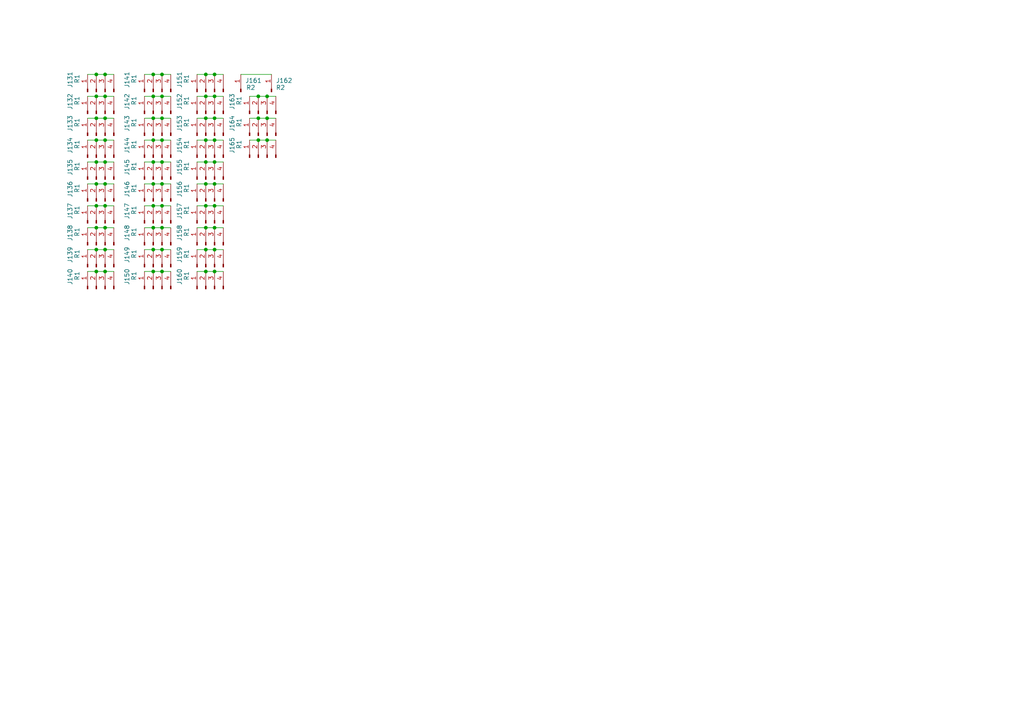
<source format=kicad_sch>
(kicad_sch (version 20231120) (generator "eeschema") (generator_version "8.0")
  (paper "A4")
  (lib_symbols
    (symbol "Connector:Conn_01x01_Pin" (pin_names (offset 1.016) hide)
      (property "Reference" "J" (at 0 2.54 0))
      (property "Value" "Conn_01x01_Pin" (at 0 -2.54 0))
      (symbol "Conn_01x01_Pin_1_1"
        (polyline (pts (xy 1.27 0) (xy 0.8636 0)) (stroke (width 0.1524)))
        (rectangle (start 0.8636 0.127) (end 0 -0.127) (stroke (width 0.1524)) (fill (type outline)))
        (pin passive line (at 5.08 0 180) (length 3.81) (name "Pin_1") (number "1"))
      )
    )
    (symbol "Connector:Conn_01x04_Pin" (pin_names (offset 1.016) hide)
      (property "Reference" "J" (at 0 5.08 0))
      (property "Value" "Conn_01x04_Pin" (at 0 -7.62 0))
      (symbol "Conn_01x04_Pin_1_1"
        (polyline (pts (xy 1.27 -5.08) (xy 0.8636 -5.08)) (stroke (width 0.1524)))
        (polyline (pts (xy 1.27 -2.54) (xy 0.8636 -2.54)) (stroke (width 0.1524)))
        (polyline (pts (xy 1.27 0) (xy 0.8636 0)) (stroke (width 0.1524)))
        (polyline (pts (xy 1.27 2.54) (xy 0.8636 2.54)) (stroke (width 0.1524)))
        (rectangle (start 0.8636 -4.953) (end 0 -5.207) (stroke (width 0.1524)) (fill (type outline)))
        (rectangle (start 0.8636 -2.413) (end 0 -2.667) (stroke (width 0.1524)) (fill (type outline)))
        (rectangle (start 0.8636 0.127) (end 0 -0.127) (stroke (width 0.1524)) (fill (type outline)))
        (rectangle (start 0.8636 2.667) (end 0 2.413) (stroke (width 0.1524)) (fill (type outline)))
        (pin passive line (at 5.08 2.54 180) (length 3.81) (name "Pin_1") (number "1"))
        (pin passive line (at 5.08 0 180) (length 3.81) (name "Pin_2") (number "2"))
        (pin passive line (at 5.08 -2.54 180) (length 3.81) (name "Pin_3") (number "3"))
        (pin passive line (at 5.08 -5.08 180) (length 3.81) (name "Pin_4") (number "4"))
      )
    )
  )
  (junction (at 27.94 72.39))
  (junction (at 59.69 53.34))
  (junction (at 30.48 66.04))
  (junction (at 44.45 46.99))
  (junction (at 46.99 59.69))
  (junction (at 46.99 53.34))
  (junction (at 30.48 34.29))
  (junction (at 46.99 78.74))
  (junction (at 74.93 40.64))
  (junction (at 59.69 40.64))
  (junction (at 44.45 53.34))
  (junction (at 30.48 78.74))
  (junction (at 27.94 59.69))
  (junction (at 44.45 66.04))
  (junction (at 27.94 66.04))
  (junction (at 62.23 40.64))
  (junction (at 27.94 40.64))
  (junction (at 59.69 59.69))
  (junction (at 46.99 34.29))
  (junction (at 62.23 46.99))
  (junction (at 30.48 46.99))
  (junction (at 62.23 27.94))
  (junction (at 30.48 53.34))
  (junction (at 46.99 66.04))
  (junction (at 27.94 53.34))
  (junction (at 27.94 21.59))
  (junction (at 59.69 27.94))
  (junction (at 46.99 46.99))
  (junction (at 62.23 59.69))
  (junction (at 62.23 53.34))
  (junction (at 44.45 34.29))
  (junction (at 59.69 72.39))
  (junction (at 30.48 27.94))
  (junction (at 59.69 21.59))
  (junction (at 62.23 21.59))
  (junction (at 62.23 66.04))
  (junction (at 77.47 34.29))
  (junction (at 77.47 27.94))
  (junction (at 59.69 46.99))
  (junction (at 59.69 78.74))
  (junction (at 30.48 21.59))
  (junction (at 74.93 27.94))
  (junction (at 44.45 78.74))
  (junction (at 74.93 34.29))
  (junction (at 59.69 34.29))
  (junction (at 44.45 72.39))
  (junction (at 46.99 72.39))
  (junction (at 44.45 27.94))
  (junction (at 30.48 40.64))
  (junction (at 44.45 40.64))
  (junction (at 27.94 27.94))
  (junction (at 44.45 21.59))
  (junction (at 27.94 78.74))
  (junction (at 62.23 78.74))
  (junction (at 59.69 66.04))
  (junction (at 46.99 21.59))
  (junction (at 27.94 46.99))
  (junction (at 62.23 72.39))
  (junction (at 46.99 27.94))
  (junction (at 30.48 72.39))
  (junction (at 62.23 34.29))
  (junction (at 30.48 59.69))
  (junction (at 46.99 40.64))
  (junction (at 77.47 40.64))
  (junction (at 44.45 59.69))
  (junction (at 27.94 34.29))
  (wire (pts (xy 57.15 27.94) (xy 59.69 27.94)))
  (wire (pts (xy 41.91 78.74) (xy 44.45 78.74)))
  (wire (pts (xy 57.15 78.74) (xy 59.69 78.74)))
  (wire (pts (xy 25.4 46.99) (xy 27.94 46.99)))
  (wire (pts (xy 59.69 53.34) (xy 62.23 53.34)))
  (wire (pts (xy 74.93 40.64) (xy 77.47 40.64)))
  (wire (pts (xy 62.23 40.64) (xy 64.77 40.64)))
  (wire (pts (xy 74.93 34.29) (xy 77.47 34.29)))
  (wire (pts (xy 44.45 53.34) (xy 46.99 53.34)))
  (wire (pts (xy 69.85 21.59) (xy 78.74 21.59)))
  (wire (pts (xy 57.15 46.99) (xy 59.69 46.99)))
  (wire (pts (xy 27.94 78.74) (xy 30.48 78.74)))
  (wire (pts (xy 25.4 21.59) (xy 27.94 21.59)))
  (wire (pts (xy 30.48 72.39) (xy 33.02 72.39)))
  (wire (pts (xy 72.39 27.94) (xy 74.93 27.94)))
  (wire (pts (xy 30.48 21.59) (xy 33.02 21.59)))
  (wire (pts (xy 77.47 27.94) (xy 80.01 27.94)))
  (wire (pts (xy 25.4 59.69) (xy 27.94 59.69)))
  (wire (pts (xy 44.45 46.99) (xy 46.99 46.99)))
  (wire (pts (xy 25.4 27.94) (xy 27.94 27.94)))
  (wire (pts (xy 46.99 66.04) (xy 49.53 66.04)))
  (wire (pts (xy 57.15 66.04) (xy 59.69 66.04)))
  (wire (pts (xy 25.4 34.29) (xy 27.94 34.29)))
  (wire (pts (xy 59.69 66.04) (xy 62.23 66.04)))
  (wire (pts (xy 59.69 27.94) (xy 62.23 27.94)))
  (wire (pts (xy 57.15 59.69) (xy 59.69 59.69)))
  (wire (pts (xy 59.69 59.69) (xy 62.23 59.69)))
  (wire (pts (xy 59.69 40.64) (xy 62.23 40.64)))
  (wire (pts (xy 57.15 40.64) (xy 59.69 40.64)))
  (wire (pts (xy 30.48 34.29) (xy 33.02 34.29)))
  (wire (pts (xy 27.94 40.64) (xy 30.48 40.64)))
  (wire (pts (xy 30.48 46.99) (xy 33.02 46.99)))
  (wire (pts (xy 57.15 72.39) (xy 59.69 72.39)))
  (wire (pts (xy 62.23 72.39) (xy 64.77 72.39)))
  (wire (pts (xy 72.39 34.29) (xy 74.93 34.29)))
  (wire (pts (xy 27.94 59.69) (xy 30.48 59.69)))
  (wire (pts (xy 30.48 78.74) (xy 33.02 78.74)))
  (wire (pts (xy 62.23 66.04) (xy 64.77 66.04)))
  (wire (pts (xy 46.99 78.74) (xy 49.53 78.74)))
  (wire (pts (xy 44.45 66.04) (xy 46.99 66.04)))
  (wire (pts (xy 30.48 59.69) (xy 33.02 59.69)))
  (wire (pts (xy 57.15 53.34) (xy 59.69 53.34)))
  (wire (pts (xy 62.23 59.69) (xy 64.77 59.69)))
  (wire (pts (xy 59.69 46.99) (xy 62.23 46.99)))
  (wire (pts (xy 46.99 34.29) (xy 49.53 34.29)))
  (wire (pts (xy 74.93 27.94) (xy 77.47 27.94)))
  (wire (pts (xy 41.91 40.64) (xy 44.45 40.64)))
  (wire (pts (xy 25.4 40.64) (xy 27.94 40.64)))
  (wire (pts (xy 62.23 53.34) (xy 64.77 53.34)))
  (wire (pts (xy 46.99 59.69) (xy 49.53 59.69)))
  (wire (pts (xy 44.45 34.29) (xy 46.99 34.29)))
  (wire (pts (xy 25.4 72.39) (xy 27.94 72.39)))
  (wire (pts (xy 46.99 21.59) (xy 49.53 21.59)))
  (wire (pts (xy 62.23 27.94) (xy 64.77 27.94)))
  (wire (pts (xy 27.94 46.99) (xy 30.48 46.99)))
  (wire (pts (xy 77.47 40.64) (xy 80.01 40.64)))
  (wire (pts (xy 41.91 72.39) (xy 44.45 72.39)))
  (wire (pts (xy 46.99 27.94) (xy 49.53 27.94)))
  (wire (pts (xy 25.4 53.34) (xy 27.94 53.34)))
  (wire (pts (xy 41.91 34.29) (xy 44.45 34.29)))
  (wire (pts (xy 27.94 27.94) (xy 30.48 27.94)))
  (wire (pts (xy 46.99 46.99) (xy 49.53 46.99)))
  (wire (pts (xy 59.69 34.29) (xy 62.23 34.29)))
  (wire (pts (xy 77.47 34.29) (xy 80.01 34.29)))
  (wire (pts (xy 27.94 66.04) (xy 30.48 66.04)))
  (wire (pts (xy 62.23 78.74) (xy 64.77 78.74)))
  (wire (pts (xy 57.15 21.59) (xy 59.69 21.59)))
  (wire (pts (xy 30.48 40.64) (xy 33.02 40.64)))
  (wire (pts (xy 41.91 66.04) (xy 44.45 66.04)))
  (wire (pts (xy 27.94 34.29) (xy 30.48 34.29)))
  (wire (pts (xy 27.94 72.39) (xy 30.48 72.39)))
  (wire (pts (xy 41.91 59.69) (xy 44.45 59.69)))
  (wire (pts (xy 59.69 21.59) (xy 62.23 21.59)))
  (wire (pts (xy 41.91 53.34) (xy 44.45 53.34)))
  (wire (pts (xy 41.91 21.59) (xy 44.45 21.59)))
  (wire (pts (xy 44.45 21.59) (xy 46.99 21.59)))
  (wire (pts (xy 44.45 59.69) (xy 46.99 59.69)))
  (wire (pts (xy 59.69 72.39) (xy 62.23 72.39)))
  (wire (pts (xy 30.48 27.94) (xy 33.02 27.94)))
  (wire (pts (xy 25.4 66.04) (xy 27.94 66.04)))
  (wire (pts (xy 30.48 53.34) (xy 33.02 53.34)))
  (wire (pts (xy 59.69 78.74) (xy 62.23 78.74)))
  (wire (pts (xy 27.94 21.59) (xy 30.48 21.59)))
  (wire (pts (xy 46.99 53.34) (xy 49.53 53.34)))
  (wire (pts (xy 44.45 72.39) (xy 46.99 72.39)))
  (wire (pts (xy 46.99 40.64) (xy 49.53 40.64)))
  (wire (pts (xy 46.99 72.39) (xy 49.53 72.39)))
  (wire (pts (xy 41.91 27.94) (xy 44.45 27.94)))
  (wire (pts (xy 62.23 21.59) (xy 64.77 21.59)))
  (wire (pts (xy 62.23 46.99) (xy 64.77 46.99)))
  (wire (pts (xy 44.45 27.94) (xy 46.99 27.94)))
  (wire (pts (xy 72.39 40.64) (xy 74.93 40.64)))
  (wire (pts (xy 57.15 34.29) (xy 59.69 34.29)))
  (wire (pts (xy 44.45 40.64) (xy 46.99 40.64)))
  (wire (pts (xy 30.48 66.04) (xy 33.02 66.04)))
  (wire (pts (xy 41.91 46.99) (xy 44.45 46.99)))
  (wire (pts (xy 62.23 34.29) (xy 64.77 34.29)))
  (wire (pts (xy 44.45 78.74) (xy 46.99 78.74)))
  (wire (pts (xy 25.4 78.74) (xy 27.94 78.74)))
  (wire (pts (xy 27.94 53.34) (xy 30.48 53.34)))
  (symbol (lib_id "Connector:Conn_01x04_Pin") (at 27.94 52.07 90) (unit 1)
    (property "Reference" "J135" (at 20.32 48.514 0))
    (property "Value" "R1" (at 22.352 48.26 0))
    (property "Footprint" "diy-nabra:PinHeader_1x04_P2.54mm_Vertical" (effects (hide yes)))
    (property "Description" "Generic connector, single row, 01x04, script generated" (effects (hide yes)))
  )
  (symbol (lib_id "Connector:Conn_01x04_Pin") (at 74.93 45.72 90) (unit 1)
    (property "Reference" "J165" (at 67.31 42.164 0))
    (property "Value" "R1" (at 69.342 41.91 0))
    (property "Footprint" "diy-nabra:PinHeader_1x04_P2.54mm_Vertical" (effects (hide yes)))
    (property "Description" "Generic connector, single row, 01x04, script generated" (effects (hide yes)))
  )
  (symbol (lib_id "Connector:Conn_01x04_Pin") (at 59.69 45.72 90) (unit 1)
    (property "Reference" "J154" (at 52.07 42.164 0))
    (property "Value" "R1" (at 54.102 41.91 0))
    (property "Footprint" "diy-nabra:PinHeader_1x04_P2.54mm_Vertical" (effects (hide yes)))
    (property "Description" "Generic connector, single row, 01x04, script generated" (effects (hide yes)))
  )
  (symbol (lib_id "Connector:Conn_01x04_Pin") (at 27.94 39.37 90) (unit 1)
    (property "Reference" "J133" (at 20.32 35.814 0))
    (property "Value" "R1" (at 22.352 35.56 0))
    (property "Footprint" "diy-nabra:PinHeader_1x04_P2.54mm_Vertical" (effects (hide yes)))
    (property "Description" "Generic connector, single row, 01x04, script generated" (effects (hide yes)))
  )
  (symbol (lib_id "Connector:Conn_01x04_Pin") (at 27.94 26.67 90) (unit 1)
    (property "Reference" "J131" (at 20.32 23.114 0))
    (property "Value" "R1" (at 22.352 22.86 0))
    (property "Footprint" "diy-nabra:PinHeader_1x04_P2.54mm_Vertical" (effects (hide yes)))
    (property "Description" "Generic connector, single row, 01x04, script generated" (effects (hide yes)))
  )
  (symbol (lib_id "Connector:Conn_01x04_Pin") (at 27.94 71.12 90) (unit 1)
    (property "Reference" "J138" (at 20.32 67.564 0))
    (property "Value" "R1" (at 22.352 67.31 0))
    (property "Footprint" "diy-nabra:PinHeader_1x04_P2.54mm_Vertical" (effects (hide yes)))
    (property "Description" "Generic connector, single row, 01x04, script generated" (effects (hide yes)))
  )
  (symbol (lib_id "Connector:Conn_01x04_Pin") (at 74.93 39.37 90) (unit 1)
    (property "Reference" "J164" (at 67.31 35.814 0))
    (property "Value" "R1" (at 69.342 35.56 0))
    (property "Footprint" "diy-nabra:PinHeader_1x04_P2.54mm_Vertical" (effects (hide yes)))
    (property "Description" "Generic connector, single row, 01x04, script generated" (effects (hide yes)))
  )
  (symbol (lib_id "Connector:Conn_01x04_Pin") (at 27.94 77.47 90) (unit 1)
    (property "Reference" "J139" (at 20.32 73.914 0))
    (property "Value" "R1" (at 22.352 73.66 0))
    (property "Footprint" "diy-nabra:PinHeader_1x04_P2.54mm_Vertical" (effects (hide yes)))
    (property "Description" "Generic connector, single row, 01x04, script generated" (effects (hide yes)))
  )
  (symbol (lib_id "Connector:Conn_01x04_Pin") (at 44.45 33.02 90) (unit 1)
    (property "Reference" "J142" (at 36.83 29.464 0))
    (property "Value" "R1" (at 38.862 29.21 0))
    (property "Footprint" "diy-nabra:PinHeader_1x04_P2.54mm_Vertical" (effects (hide yes)))
    (property "Description" "Generic connector, single row, 01x04, script generated" (effects (hide yes)))
  )
  (symbol (lib_id "Connector:Conn_01x04_Pin") (at 44.45 39.37 90) (unit 1)
    (property "Reference" "J143" (at 36.83 35.814 0))
    (property "Value" "R1" (at 38.862 35.56 0))
    (property "Footprint" "diy-nabra:PinHeader_1x04_P2.54mm_Vertical" (effects (hide yes)))
    (property "Description" "Generic connector, single row, 01x04, script generated" (effects (hide yes)))
  )
  (symbol (lib_id "Connector:Conn_01x04_Pin") (at 27.94 64.77 90) (unit 1)
    (property "Reference" "J137" (at 20.32 61.214 0))
    (property "Value" "R1" (at 22.352 60.96 0))
    (property "Footprint" "diy-nabra:PinHeader_1x04_P2.54mm_Vertical" (effects (hide yes)))
    (property "Description" "Generic connector, single row, 01x04, script generated" (effects (hide yes)))
  )
  (symbol (lib_id "Connector:Conn_01x04_Pin") (at 59.69 33.02 90) (unit 1)
    (property "Reference" "J152" (at 52.07 29.464 0))
    (property "Value" "R1" (at 54.102 29.21 0))
    (property "Footprint" "diy-nabra:PinHeader_1x04_P2.54mm_Vertical" (effects (hide yes)))
    (property "Description" "Generic connector, single row, 01x04, script generated" (effects (hide yes)))
  )
  (symbol (lib_id "Connector:Conn_01x04_Pin") (at 44.45 45.72 90) (unit 1)
    (property "Reference" "J144" (at 36.83 42.164 0))
    (property "Value" "R1" (at 38.862 41.91 0))
    (property "Footprint" "diy-nabra:PinHeader_1x04_P2.54mm_Vertical" (effects (hide yes)))
    (property "Description" "Generic connector, single row, 01x04, script generated" (effects (hide yes)))
  )
  (symbol (lib_id "Connector:Conn_01x04_Pin") (at 59.69 26.67 90) (unit 1)
    (property "Reference" "J151" (at 52.07 23.114 0))
    (property "Value" "R1" (at 54.102 22.86 0))
    (property "Footprint" "diy-nabra:PinHeader_1x04_P2.54mm_Vertical" (effects (hide yes)))
    (property "Description" "Generic connector, single row, 01x04, script generated" (effects (hide yes)))
  )
  (symbol (lib_id "Connector:Conn_01x04_Pin") (at 44.45 58.42 90) (unit 1)
    (property "Reference" "J146" (at 36.83 54.864 0))
    (property "Value" "R1" (at 38.862 54.61 0))
    (property "Footprint" "diy-nabra:PinHeader_1x04_P2.54mm_Vertical" (effects (hide yes)))
    (property "Description" "Generic connector, single row, 01x04, script generated" (effects (hide yes)))
  )
  (symbol (lib_id "Connector:Conn_01x04_Pin") (at 74.93 33.02 90) (unit 1)
    (property "Reference" "J163" (at 67.31 29.464 0))
    (property "Value" "R1" (at 69.342 29.21 0))
    (property "Footprint" "diy-nabra:PinHeader_1x04_P2.54mm_Vertical" (effects (hide yes)))
    (property "Description" "Generic connector, single row, 01x04, script generated" (effects (hide yes)))
  )
  (symbol (lib_id "Connector:Conn_01x04_Pin") (at 27.94 58.42 90) (unit 1)
    (property "Reference" "J136" (at 20.32 54.864 0))
    (property "Value" "R1" (at 22.352 54.61 0))
    (property "Footprint" "diy-nabra:PinHeader_1x04_P2.54mm_Vertical" (effects (hide yes)))
    (property "Description" "Generic connector, single row, 01x04, script generated" (effects (hide yes)))
  )
  (symbol (lib_id "Connector:Conn_01x04_Pin") (at 44.45 83.82 90) (unit 1)
    (property "Reference" "J150" (at 36.83 80.264 0))
    (property "Value" "R1" (at 38.862 80.01 0))
    (property "Footprint" "diy-nabra:PinHeader_1x04_P2.54mm_Vertical" (effects (hide yes)))
    (property "Description" "Generic connector, single row, 01x04, script generated" (effects (hide yes)))
  )
  (symbol (lib_id "Connector:Conn_01x04_Pin") (at 59.69 77.47 90) (unit 1)
    (property "Reference" "J159" (at 52.07 73.914 0))
    (property "Value" "R1" (at 54.102 73.66 0))
    (property "Footprint" "diy-nabra:PinHeader_1x04_P2.54mm_Vertical" (effects (hide yes)))
    (property "Description" "Generic connector, single row, 01x04, script generated" (effects (hide yes)))
  )
  (symbol (lib_id "Connector:Conn_01x04_Pin") (at 59.69 39.37 90) (unit 1)
    (property "Reference" "J153" (at 52.07 35.814 0))
    (property "Value" "R1" (at 54.102 35.56 0))
    (property "Footprint" "diy-nabra:PinHeader_1x04_P2.54mm_Vertical" (effects (hide yes)))
    (property "Description" "Generic connector, single row, 01x04, script generated" (effects (hide yes)))
  )
  (symbol (lib_id "Connector:Conn_01x04_Pin") (at 59.69 64.77 90) (unit 1)
    (property "Reference" "J157" (at 52.07 61.214 0))
    (property "Value" "R1" (at 54.102 60.96 0))
    (property "Footprint" "diy-nabra:PinHeader_1x04_P2.54mm_Vertical" (effects (hide yes)))
    (property "Description" "Generic connector, single row, 01x04, script generated" (effects (hide yes)))
  )
  (symbol (lib_id "Connector:Conn_01x04_Pin") (at 59.69 52.07 90) (unit 1)
    (property "Reference" "J155" (at 52.07 48.514 0))
    (property "Value" "R1" (at 54.102 48.26 0))
    (property "Footprint" "diy-nabra:PinHeader_1x04_P2.54mm_Vertical" (effects (hide yes)))
    (property "Description" "Generic connector, single row, 01x04, script generated" (effects (hide yes)))
  )
  (symbol (lib_id "Connector:Conn_01x04_Pin") (at 27.94 83.82 90) (unit 1)
    (property "Reference" "J140" (at 20.32 80.264 0))
    (property "Value" "R1" (at 22.352 80.01 0))
    (property "Footprint" "diy-nabra:PinHeader_1x04_P2.54mm_Vertical" (effects (hide yes)))
    (property "Description" "Generic connector, single row, 01x04, script generated" (effects (hide yes)))
  )
  (symbol (lib_id "Connector:Conn_01x04_Pin") (at 44.45 52.07 90) (unit 1)
    (property "Reference" "J145" (at 36.83 48.514 0))
    (property "Value" "R1" (at 38.862 48.26 0))
    (property "Footprint" "diy-nabra:PinHeader_1x04_P2.54mm_Vertical" (effects (hide yes)))
    (property "Description" "Generic connector, single row, 01x04, script generated" (effects (hide yes)))
  )
  (symbol (lib_id "Connector:Conn_01x04_Pin") (at 44.45 71.12 90) (unit 1)
    (property "Reference" "J148" (at 36.83 67.564 0))
    (property "Value" "R1" (at 38.862 67.31 0))
    (property "Footprint" "diy-nabra:PinHeader_1x04_P2.54mm_Vertical" (effects (hide yes)))
    (property "Description" "Generic connector, single row, 01x04, script generated" (effects (hide yes)))
  )
  (symbol (lib_id "Connector:Conn_01x04_Pin") (at 27.94 33.02 90) (unit 1)
    (property "Reference" "J132" (at 20.32 29.464 0))
    (property "Value" "R1" (at 22.352 29.21 0))
    (property "Footprint" "diy-nabra:PinHeader_1x04_P2.54mm_Vertical" (effects (hide yes)))
    (property "Description" "Generic connector, single row, 01x04, script generated" (effects (hide yes)))
  )
  (symbol (lib_id "Connector:Conn_01x04_Pin") (at 44.45 64.77 90) (unit 1)
    (property "Reference" "J147" (at 36.83 61.214 0))
    (property "Value" "R1" (at 38.862 60.96 0))
    (property "Footprint" "diy-nabra:PinHeader_1x04_P2.54mm_Vertical" (effects (hide yes)))
    (property "Description" "Generic connector, single row, 01x04, script generated" (effects (hide yes)))
  )
  (symbol (lib_id "Connector:Conn_01x04_Pin") (at 44.45 26.67 90) (unit 1)
    (property "Reference" "J141" (at 36.83 23.114 0))
    (property "Value" "R1" (at 38.862 22.86 0))
    (property "Footprint" "diy-nabra:PinHeader_1x04_P2.54mm_Vertical" (effects (hide yes)))
    (property "Description" "Generic connector, single row, 01x04, script generated" (effects (hide yes)))
  )
  (symbol (lib_id "Connector:Conn_01x04_Pin") (at 59.69 58.42 90) (unit 1)
    (property "Reference" "J156" (at 52.07 54.864 0))
    (property "Value" "R1" (at 54.102 54.61 0))
    (property "Footprint" "diy-nabra:PinHeader_1x04_P2.54mm_Vertical" (effects (hide yes)))
    (property "Description" "Generic connector, single row, 01x04, script generated" (effects (hide yes)))
  )
  (symbol (lib_id "Connector:Conn_01x04_Pin") (at 59.69 71.12 90) (unit 1)
    (property "Reference" "J158" (at 52.07 67.564 0))
    (property "Value" "R1" (at 54.102 67.31 0))
    (property "Footprint" "diy-nabra:PinHeader_1x04_P2.54mm_Vertical" (effects (hide yes)))
    (property "Description" "Generic connector, single row, 01x04, script generated" (effects (hide yes)))
  )
  (symbol (lib_id "Connector:Conn_01x01_Pin") (at 69.85 26.67 90) (unit 1)
    (property "Reference" "J161" (at 71.12 23.368 90) (effects (justify right)))
    (property "Value" "R2" (at 71.374 25.4 90) (effects (justify right)))
    (property "Footprint" "diy-nabra:PinHeader_1x01_P2.54mm_Vertical" (effects (hide yes)))
    (property "Description" "Generic connector, single row, 01x01, script generated" (effects (hide yes)))
  )
  (symbol (lib_id "Connector:Conn_01x04_Pin") (at 27.94 45.72 90) (unit 1)
    (property "Reference" "J134" (at 20.32 42.164 0))
    (property "Value" "R1" (at 22.352 41.91 0))
    (property "Footprint" "diy-nabra:PinHeader_1x04_P2.54mm_Vertical" (effects (hide yes)))
    (property "Description" "Generic connector, single row, 01x04, script generated" (effects (hide yes)))
  )
  (symbol (lib_id "Connector:Conn_01x04_Pin") (at 44.45 77.47 90) (unit 1)
    (property "Reference" "J149" (at 36.83 73.914 0))
    (property "Value" "R1" (at 38.862 73.66 0))
    (property "Footprint" "diy-nabra:PinHeader_1x04_P2.54mm_Vertical" (effects (hide yes)))
    (property "Description" "Generic connector, single row, 01x04, script generated" (effects (hide yes)))
  )
  (symbol (lib_id "Connector:Conn_01x01_Pin") (at 78.74 26.67 90) (unit 1)
    (property "Reference" "J162" (at 80.01 23.368 90) (effects (justify right)))
    (property "Value" "R2" (at 80.01 25.4 90) (effects (justify right)))
    (property "Footprint" "diy-nabra:PinHeader_1x01_P2.54mm_Vertical" (effects (hide yes)))
    (property "Description" "Generic connector, single row, 01x01, script generated" (effects (hide yes)))
  )
  (symbol (lib_id "Connector:Conn_01x04_Pin") (at 59.69 83.82 90) (unit 1)
    (property "Reference" "J160" (at 52.07 80.264 0))
    (property "Value" "R1" (at 54.102 80.01 0))
    (property "Footprint" "diy-nabra:PinHeader_1x04_P2.54mm_Vertical" (effects (hide yes)))
    (property "Description" "Generic connector, single row, 01x04, script generated" (effects (hide yes)))
  )
)
</source>
